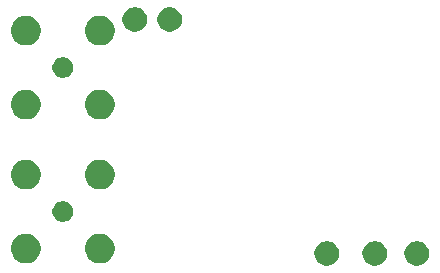
<source format=gbs>
G04 #@! TF.GenerationSoftware,KiCad,Pcbnew,5.0.2-bee76a0~70~ubuntu18.04.1*
G04 #@! TF.CreationDate,2019-03-03T20:31:20-05:00*
G04 #@! TF.ProjectId,agc,6167632e-6b69-4636-9164-5f7063625858,rev?*
G04 #@! TF.SameCoordinates,Original*
G04 #@! TF.FileFunction,Soldermask,Bot*
G04 #@! TF.FilePolarity,Negative*
%FSLAX46Y46*%
G04 Gerber Fmt 4.6, Leading zero omitted, Abs format (unit mm)*
G04 Created by KiCad (PCBNEW 5.0.2-bee76a0~70~ubuntu18.04.1) date Sun 03 Mar 2019 08:31:20 PM EST*
%MOMM*%
%LPD*%
G01*
G04 APERTURE LIST*
%ADD10C,0.100000*%
G04 APERTURE END LIST*
D10*
G36*
X105462414Y-146309879D02*
X105462416Y-146309880D01*
X105462417Y-146309880D01*
X105653594Y-146389068D01*
X105825651Y-146504033D01*
X105971967Y-146650349D01*
X106086932Y-146822406D01*
X106166121Y-147013586D01*
X106206490Y-147216534D01*
X106206490Y-147423466D01*
X106193938Y-147486571D01*
X106166120Y-147626417D01*
X106086932Y-147817594D01*
X105971967Y-147989651D01*
X105825651Y-148135967D01*
X105825648Y-148135969D01*
X105653594Y-148250932D01*
X105462417Y-148330120D01*
X105462416Y-148330120D01*
X105462414Y-148330121D01*
X105259466Y-148370490D01*
X105052534Y-148370490D01*
X104849586Y-148330121D01*
X104849584Y-148330120D01*
X104849583Y-148330120D01*
X104658406Y-148250932D01*
X104486352Y-148135969D01*
X104486349Y-148135967D01*
X104340033Y-147989651D01*
X104225068Y-147817594D01*
X104145880Y-147626417D01*
X104118063Y-147486571D01*
X104105510Y-147423466D01*
X104105510Y-147216534D01*
X104145879Y-147013586D01*
X104225068Y-146822406D01*
X104340033Y-146650349D01*
X104486349Y-146504033D01*
X104658406Y-146389068D01*
X104849583Y-146309880D01*
X104849584Y-146309880D01*
X104849586Y-146309879D01*
X105052534Y-146269510D01*
X105259466Y-146269510D01*
X105462414Y-146309879D01*
X105462414Y-146309879D01*
G37*
G36*
X109018414Y-146309879D02*
X109018416Y-146309880D01*
X109018417Y-146309880D01*
X109209594Y-146389068D01*
X109381651Y-146504033D01*
X109527967Y-146650349D01*
X109642932Y-146822406D01*
X109722121Y-147013586D01*
X109762490Y-147216534D01*
X109762490Y-147423466D01*
X109749938Y-147486571D01*
X109722120Y-147626417D01*
X109642932Y-147817594D01*
X109527967Y-147989651D01*
X109381651Y-148135967D01*
X109381648Y-148135969D01*
X109209594Y-148250932D01*
X109018417Y-148330120D01*
X109018416Y-148330120D01*
X109018414Y-148330121D01*
X108815466Y-148370490D01*
X108608534Y-148370490D01*
X108405586Y-148330121D01*
X108405584Y-148330120D01*
X108405583Y-148330120D01*
X108214406Y-148250932D01*
X108042352Y-148135969D01*
X108042349Y-148135967D01*
X107896033Y-147989651D01*
X107781068Y-147817594D01*
X107701880Y-147626417D01*
X107674063Y-147486571D01*
X107661510Y-147423466D01*
X107661510Y-147216534D01*
X107701879Y-147013586D01*
X107781068Y-146822406D01*
X107896033Y-146650349D01*
X108042349Y-146504033D01*
X108214406Y-146389068D01*
X108405583Y-146309880D01*
X108405584Y-146309880D01*
X108405586Y-146309879D01*
X108608534Y-146269510D01*
X108815466Y-146269510D01*
X109018414Y-146309879D01*
X109018414Y-146309879D01*
G37*
G36*
X101398414Y-146309879D02*
X101398416Y-146309880D01*
X101398417Y-146309880D01*
X101589594Y-146389068D01*
X101761651Y-146504033D01*
X101907967Y-146650349D01*
X102022932Y-146822406D01*
X102102121Y-147013586D01*
X102142490Y-147216534D01*
X102142490Y-147423466D01*
X102129938Y-147486571D01*
X102102120Y-147626417D01*
X102022932Y-147817594D01*
X101907967Y-147989651D01*
X101761651Y-148135967D01*
X101761648Y-148135969D01*
X101589594Y-148250932D01*
X101398417Y-148330120D01*
X101398416Y-148330120D01*
X101398414Y-148330121D01*
X101195466Y-148370490D01*
X100988534Y-148370490D01*
X100785586Y-148330121D01*
X100785584Y-148330120D01*
X100785583Y-148330120D01*
X100594406Y-148250932D01*
X100422352Y-148135969D01*
X100422349Y-148135967D01*
X100276033Y-147989651D01*
X100161068Y-147817594D01*
X100081880Y-147626417D01*
X100054063Y-147486571D01*
X100041510Y-147423466D01*
X100041510Y-147216534D01*
X100081879Y-147013586D01*
X100161068Y-146822406D01*
X100276033Y-146650349D01*
X100422349Y-146504033D01*
X100594406Y-146389068D01*
X100785583Y-146309880D01*
X100785584Y-146309880D01*
X100785586Y-146309879D01*
X100988534Y-146269510D01*
X101195466Y-146269510D01*
X101398414Y-146309879D01*
X101398414Y-146309879D01*
G37*
G36*
X75793636Y-145655019D02*
X75974903Y-145691075D01*
X76202571Y-145785378D01*
X76406542Y-145921668D01*
X76407469Y-145922287D01*
X76581713Y-146096531D01*
X76581715Y-146096534D01*
X76718622Y-146301429D01*
X76812925Y-146529097D01*
X76861000Y-146770787D01*
X76861000Y-147017213D01*
X76812925Y-147258903D01*
X76718622Y-147486571D01*
X76582332Y-147690542D01*
X76581713Y-147691469D01*
X76407469Y-147865713D01*
X76407466Y-147865715D01*
X76202571Y-148002622D01*
X75974903Y-148096925D01*
X75793635Y-148132981D01*
X75733214Y-148145000D01*
X75486786Y-148145000D01*
X75426365Y-148132981D01*
X75245097Y-148096925D01*
X75017429Y-148002622D01*
X74812534Y-147865715D01*
X74812531Y-147865713D01*
X74638287Y-147691469D01*
X74637668Y-147690542D01*
X74501378Y-147486571D01*
X74407075Y-147258903D01*
X74359000Y-147017213D01*
X74359000Y-146770787D01*
X74407075Y-146529097D01*
X74501378Y-146301429D01*
X74638285Y-146096534D01*
X74638287Y-146096531D01*
X74812531Y-145922287D01*
X74813458Y-145921668D01*
X75017429Y-145785378D01*
X75245097Y-145691075D01*
X75426364Y-145655019D01*
X75486786Y-145643000D01*
X75733214Y-145643000D01*
X75793636Y-145655019D01*
X75793636Y-145655019D01*
G37*
G36*
X82053636Y-145655019D02*
X82234903Y-145691075D01*
X82462571Y-145785378D01*
X82666542Y-145921668D01*
X82667469Y-145922287D01*
X82841713Y-146096531D01*
X82841715Y-146096534D01*
X82978622Y-146301429D01*
X83072925Y-146529097D01*
X83121000Y-146770787D01*
X83121000Y-147017213D01*
X83072925Y-147258903D01*
X82978622Y-147486571D01*
X82842332Y-147690542D01*
X82841713Y-147691469D01*
X82667469Y-147865713D01*
X82667466Y-147865715D01*
X82462571Y-148002622D01*
X82234903Y-148096925D01*
X82053635Y-148132981D01*
X81993214Y-148145000D01*
X81746786Y-148145000D01*
X81686365Y-148132981D01*
X81505097Y-148096925D01*
X81277429Y-148002622D01*
X81072534Y-147865715D01*
X81072531Y-147865713D01*
X80898287Y-147691469D01*
X80897668Y-147690542D01*
X80761378Y-147486571D01*
X80667075Y-147258903D01*
X80619000Y-147017213D01*
X80619000Y-146770787D01*
X80667075Y-146529097D01*
X80761378Y-146301429D01*
X80898285Y-146096534D01*
X80898287Y-146096531D01*
X81072531Y-145922287D01*
X81073458Y-145921668D01*
X81277429Y-145785378D01*
X81505097Y-145691075D01*
X81686364Y-145655019D01*
X81746786Y-145643000D01*
X81993214Y-145643000D01*
X82053636Y-145655019D01*
X82053636Y-145655019D01*
G37*
G36*
X78868589Y-142896416D02*
X78995520Y-142921664D01*
X79154942Y-142987699D01*
X79298418Y-143083566D01*
X79420434Y-143205582D01*
X79516301Y-143349058D01*
X79582336Y-143508480D01*
X79616000Y-143677721D01*
X79616000Y-143850279D01*
X79582336Y-144019520D01*
X79516301Y-144178942D01*
X79420434Y-144322418D01*
X79298418Y-144444434D01*
X79154942Y-144540301D01*
X78995520Y-144606336D01*
X78868589Y-144631584D01*
X78826280Y-144640000D01*
X78653720Y-144640000D01*
X78611411Y-144631584D01*
X78484480Y-144606336D01*
X78325058Y-144540301D01*
X78181582Y-144444434D01*
X78059566Y-144322418D01*
X77963699Y-144178942D01*
X77897664Y-144019520D01*
X77864000Y-143850279D01*
X77864000Y-143677721D01*
X77897664Y-143508480D01*
X77963699Y-143349058D01*
X78059566Y-143205582D01*
X78181582Y-143083566D01*
X78325058Y-142987699D01*
X78484480Y-142921664D01*
X78611411Y-142896416D01*
X78653720Y-142888000D01*
X78826280Y-142888000D01*
X78868589Y-142896416D01*
X78868589Y-142896416D01*
G37*
G36*
X82053635Y-139395019D02*
X82234903Y-139431075D01*
X82462571Y-139525378D01*
X82666542Y-139661668D01*
X82667469Y-139662287D01*
X82841713Y-139836531D01*
X82841715Y-139836534D01*
X82978622Y-140041429D01*
X83072925Y-140269097D01*
X83121000Y-140510787D01*
X83121000Y-140757213D01*
X83072925Y-140998903D01*
X82978622Y-141226571D01*
X82842332Y-141430542D01*
X82841713Y-141431469D01*
X82667469Y-141605713D01*
X82667466Y-141605715D01*
X82462571Y-141742622D01*
X82234903Y-141836925D01*
X82053635Y-141872981D01*
X81993214Y-141885000D01*
X81746786Y-141885000D01*
X81686365Y-141872981D01*
X81505097Y-141836925D01*
X81277429Y-141742622D01*
X81072534Y-141605715D01*
X81072531Y-141605713D01*
X80898287Y-141431469D01*
X80897668Y-141430542D01*
X80761378Y-141226571D01*
X80667075Y-140998903D01*
X80619000Y-140757213D01*
X80619000Y-140510787D01*
X80667075Y-140269097D01*
X80761378Y-140041429D01*
X80898285Y-139836534D01*
X80898287Y-139836531D01*
X81072531Y-139662287D01*
X81073458Y-139661668D01*
X81277429Y-139525378D01*
X81505097Y-139431075D01*
X81686365Y-139395019D01*
X81746786Y-139383000D01*
X81993214Y-139383000D01*
X82053635Y-139395019D01*
X82053635Y-139395019D01*
G37*
G36*
X75793635Y-139395019D02*
X75974903Y-139431075D01*
X76202571Y-139525378D01*
X76406542Y-139661668D01*
X76407469Y-139662287D01*
X76581713Y-139836531D01*
X76581715Y-139836534D01*
X76718622Y-140041429D01*
X76812925Y-140269097D01*
X76861000Y-140510787D01*
X76861000Y-140757213D01*
X76812925Y-140998903D01*
X76718622Y-141226571D01*
X76582332Y-141430542D01*
X76581713Y-141431469D01*
X76407469Y-141605713D01*
X76407466Y-141605715D01*
X76202571Y-141742622D01*
X75974903Y-141836925D01*
X75793635Y-141872981D01*
X75733214Y-141885000D01*
X75486786Y-141885000D01*
X75426365Y-141872981D01*
X75245097Y-141836925D01*
X75017429Y-141742622D01*
X74812534Y-141605715D01*
X74812531Y-141605713D01*
X74638287Y-141431469D01*
X74637668Y-141430542D01*
X74501378Y-141226571D01*
X74407075Y-140998903D01*
X74359000Y-140757213D01*
X74359000Y-140510787D01*
X74407075Y-140269097D01*
X74501378Y-140041429D01*
X74638285Y-139836534D01*
X74638287Y-139836531D01*
X74812531Y-139662287D01*
X74813458Y-139661668D01*
X75017429Y-139525378D01*
X75245097Y-139431075D01*
X75426365Y-139395019D01*
X75486786Y-139383000D01*
X75733214Y-139383000D01*
X75793635Y-139395019D01*
X75793635Y-139395019D01*
G37*
G36*
X82053636Y-133463019D02*
X82234903Y-133499075D01*
X82462571Y-133593378D01*
X82666542Y-133729668D01*
X82667469Y-133730287D01*
X82841713Y-133904531D01*
X82841715Y-133904534D01*
X82978622Y-134109429D01*
X83072925Y-134337097D01*
X83121000Y-134578787D01*
X83121000Y-134825213D01*
X83072925Y-135066903D01*
X82978622Y-135294571D01*
X82842332Y-135498542D01*
X82841713Y-135499469D01*
X82667469Y-135673713D01*
X82667466Y-135673715D01*
X82462571Y-135810622D01*
X82234903Y-135904925D01*
X82053635Y-135940981D01*
X81993214Y-135953000D01*
X81746786Y-135953000D01*
X81686365Y-135940981D01*
X81505097Y-135904925D01*
X81277429Y-135810622D01*
X81072534Y-135673715D01*
X81072531Y-135673713D01*
X80898287Y-135499469D01*
X80897668Y-135498542D01*
X80761378Y-135294571D01*
X80667075Y-135066903D01*
X80619000Y-134825213D01*
X80619000Y-134578787D01*
X80667075Y-134337097D01*
X80761378Y-134109429D01*
X80898285Y-133904534D01*
X80898287Y-133904531D01*
X81072531Y-133730287D01*
X81073458Y-133729668D01*
X81277429Y-133593378D01*
X81505097Y-133499075D01*
X81686364Y-133463019D01*
X81746786Y-133451000D01*
X81993214Y-133451000D01*
X82053636Y-133463019D01*
X82053636Y-133463019D01*
G37*
G36*
X75793636Y-133463019D02*
X75974903Y-133499075D01*
X76202571Y-133593378D01*
X76406542Y-133729668D01*
X76407469Y-133730287D01*
X76581713Y-133904531D01*
X76581715Y-133904534D01*
X76718622Y-134109429D01*
X76812925Y-134337097D01*
X76861000Y-134578787D01*
X76861000Y-134825213D01*
X76812925Y-135066903D01*
X76718622Y-135294571D01*
X76582332Y-135498542D01*
X76581713Y-135499469D01*
X76407469Y-135673713D01*
X76407466Y-135673715D01*
X76202571Y-135810622D01*
X75974903Y-135904925D01*
X75793635Y-135940981D01*
X75733214Y-135953000D01*
X75486786Y-135953000D01*
X75426365Y-135940981D01*
X75245097Y-135904925D01*
X75017429Y-135810622D01*
X74812534Y-135673715D01*
X74812531Y-135673713D01*
X74638287Y-135499469D01*
X74637668Y-135498542D01*
X74501378Y-135294571D01*
X74407075Y-135066903D01*
X74359000Y-134825213D01*
X74359000Y-134578787D01*
X74407075Y-134337097D01*
X74501378Y-134109429D01*
X74638285Y-133904534D01*
X74638287Y-133904531D01*
X74812531Y-133730287D01*
X74813458Y-133729668D01*
X75017429Y-133593378D01*
X75245097Y-133499075D01*
X75426364Y-133463019D01*
X75486786Y-133451000D01*
X75733214Y-133451000D01*
X75793636Y-133463019D01*
X75793636Y-133463019D01*
G37*
G36*
X78868589Y-130704416D02*
X78995520Y-130729664D01*
X79154942Y-130795699D01*
X79298418Y-130891566D01*
X79420434Y-131013582D01*
X79516301Y-131157058D01*
X79582336Y-131316480D01*
X79616000Y-131485721D01*
X79616000Y-131658279D01*
X79582336Y-131827520D01*
X79516301Y-131986942D01*
X79420434Y-132130418D01*
X79298418Y-132252434D01*
X79154942Y-132348301D01*
X78995520Y-132414336D01*
X78868589Y-132439584D01*
X78826280Y-132448000D01*
X78653720Y-132448000D01*
X78611411Y-132439584D01*
X78484480Y-132414336D01*
X78325058Y-132348301D01*
X78181582Y-132252434D01*
X78059566Y-132130418D01*
X77963699Y-131986942D01*
X77897664Y-131827520D01*
X77864000Y-131658279D01*
X77864000Y-131485721D01*
X77897664Y-131316480D01*
X77963699Y-131157058D01*
X78059566Y-131013582D01*
X78181582Y-130891566D01*
X78325058Y-130795699D01*
X78484480Y-130729664D01*
X78611411Y-130704416D01*
X78653720Y-130696000D01*
X78826280Y-130696000D01*
X78868589Y-130704416D01*
X78868589Y-130704416D01*
G37*
G36*
X75786433Y-127201586D02*
X75974903Y-127239075D01*
X76202571Y-127333378D01*
X76406542Y-127469668D01*
X76407469Y-127470287D01*
X76581713Y-127644531D01*
X76581715Y-127644534D01*
X76718622Y-127849429D01*
X76812925Y-128077097D01*
X76861000Y-128318787D01*
X76861000Y-128565213D01*
X76812925Y-128806903D01*
X76718622Y-129034571D01*
X76582332Y-129238542D01*
X76581713Y-129239469D01*
X76407469Y-129413713D01*
X76407466Y-129413715D01*
X76202571Y-129550622D01*
X75974903Y-129644925D01*
X75793635Y-129680981D01*
X75733214Y-129693000D01*
X75486786Y-129693000D01*
X75426365Y-129680981D01*
X75245097Y-129644925D01*
X75017429Y-129550622D01*
X74812534Y-129413715D01*
X74812531Y-129413713D01*
X74638287Y-129239469D01*
X74637668Y-129238542D01*
X74501378Y-129034571D01*
X74407075Y-128806903D01*
X74359000Y-128565213D01*
X74359000Y-128318787D01*
X74407075Y-128077097D01*
X74501378Y-127849429D01*
X74638285Y-127644534D01*
X74638287Y-127644531D01*
X74812531Y-127470287D01*
X74813458Y-127469668D01*
X75017429Y-127333378D01*
X75245097Y-127239075D01*
X75433567Y-127201586D01*
X75486786Y-127191000D01*
X75733214Y-127191000D01*
X75786433Y-127201586D01*
X75786433Y-127201586D01*
G37*
G36*
X82046433Y-127201586D02*
X82234903Y-127239075D01*
X82462571Y-127333378D01*
X82666542Y-127469668D01*
X82667469Y-127470287D01*
X82841713Y-127644531D01*
X82841715Y-127644534D01*
X82978622Y-127849429D01*
X83072925Y-128077097D01*
X83121000Y-128318787D01*
X83121000Y-128565213D01*
X83072925Y-128806903D01*
X82978622Y-129034571D01*
X82842332Y-129238542D01*
X82841713Y-129239469D01*
X82667469Y-129413713D01*
X82667466Y-129413715D01*
X82462571Y-129550622D01*
X82234903Y-129644925D01*
X82053635Y-129680981D01*
X81993214Y-129693000D01*
X81746786Y-129693000D01*
X81686365Y-129680981D01*
X81505097Y-129644925D01*
X81277429Y-129550622D01*
X81072534Y-129413715D01*
X81072531Y-129413713D01*
X80898287Y-129239469D01*
X80897668Y-129238542D01*
X80761378Y-129034571D01*
X80667075Y-128806903D01*
X80619000Y-128565213D01*
X80619000Y-128318787D01*
X80667075Y-128077097D01*
X80761378Y-127849429D01*
X80898285Y-127644534D01*
X80898287Y-127644531D01*
X81072531Y-127470287D01*
X81073458Y-127469668D01*
X81277429Y-127333378D01*
X81505097Y-127239075D01*
X81693567Y-127201586D01*
X81746786Y-127191000D01*
X81993214Y-127191000D01*
X82046433Y-127201586D01*
X82046433Y-127201586D01*
G37*
G36*
X85142414Y-126497879D02*
X85142416Y-126497880D01*
X85142417Y-126497880D01*
X85333594Y-126577068D01*
X85505651Y-126692033D01*
X85651967Y-126838349D01*
X85651969Y-126838352D01*
X85766932Y-127010406D01*
X85846120Y-127201583D01*
X85886490Y-127404536D01*
X85886490Y-127611464D01*
X85846120Y-127814417D01*
X85766932Y-128005594D01*
X85651967Y-128177651D01*
X85505651Y-128323967D01*
X85505648Y-128323969D01*
X85333594Y-128438932D01*
X85142417Y-128518120D01*
X85142416Y-128518120D01*
X85142414Y-128518121D01*
X84939466Y-128558490D01*
X84732534Y-128558490D01*
X84529586Y-128518121D01*
X84529584Y-128518120D01*
X84529583Y-128518120D01*
X84338406Y-128438932D01*
X84166352Y-128323969D01*
X84166349Y-128323967D01*
X84020033Y-128177651D01*
X83905068Y-128005594D01*
X83825880Y-127814417D01*
X83785510Y-127611464D01*
X83785510Y-127404536D01*
X83825880Y-127201583D01*
X83905068Y-127010406D01*
X84020031Y-126838352D01*
X84020033Y-126838349D01*
X84166349Y-126692033D01*
X84338406Y-126577068D01*
X84529583Y-126497880D01*
X84529584Y-126497880D01*
X84529586Y-126497879D01*
X84732534Y-126457510D01*
X84939466Y-126457510D01*
X85142414Y-126497879D01*
X85142414Y-126497879D01*
G37*
G36*
X88084116Y-126497879D02*
X88084118Y-126497880D01*
X88084119Y-126497880D01*
X88275296Y-126577068D01*
X88447353Y-126692033D01*
X88593669Y-126838349D01*
X88593671Y-126838352D01*
X88708634Y-127010406D01*
X88787822Y-127201583D01*
X88828192Y-127404536D01*
X88828192Y-127611464D01*
X88787822Y-127814417D01*
X88708634Y-128005594D01*
X88593669Y-128177651D01*
X88447353Y-128323967D01*
X88447350Y-128323969D01*
X88275296Y-128438932D01*
X88084119Y-128518120D01*
X88084118Y-128518120D01*
X88084116Y-128518121D01*
X87881168Y-128558490D01*
X87674236Y-128558490D01*
X87471288Y-128518121D01*
X87471286Y-128518120D01*
X87471285Y-128518120D01*
X87280108Y-128438932D01*
X87108054Y-128323969D01*
X87108051Y-128323967D01*
X86961735Y-128177651D01*
X86846770Y-128005594D01*
X86767582Y-127814417D01*
X86727212Y-127611464D01*
X86727212Y-127404536D01*
X86767582Y-127201583D01*
X86846770Y-127010406D01*
X86961733Y-126838352D01*
X86961735Y-126838349D01*
X87108051Y-126692033D01*
X87280108Y-126577068D01*
X87471285Y-126497880D01*
X87471286Y-126497880D01*
X87471288Y-126497879D01*
X87674236Y-126457510D01*
X87881168Y-126457510D01*
X88084116Y-126497879D01*
X88084116Y-126497879D01*
G37*
M02*

</source>
